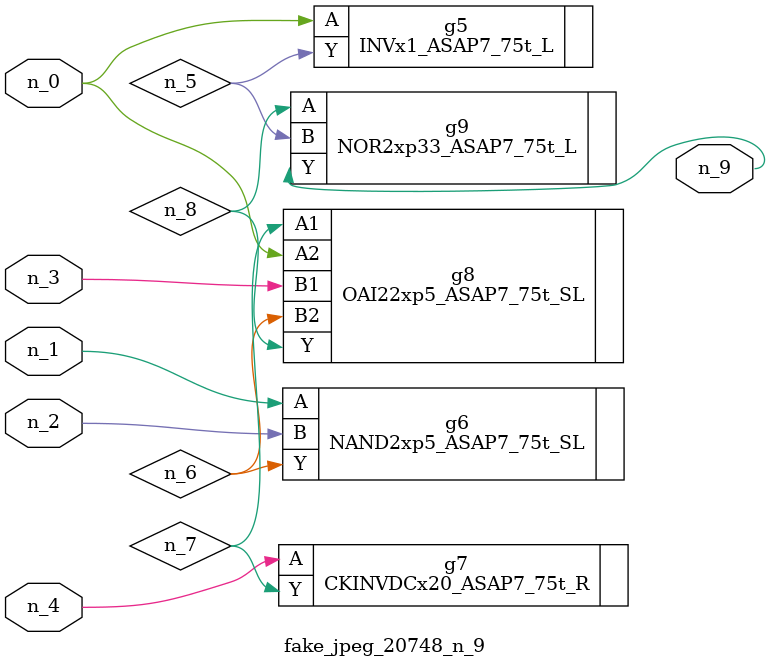
<source format=v>
module fake_jpeg_20748_n_9 (n_3, n_2, n_1, n_0, n_4, n_9);

input n_3;
input n_2;
input n_1;
input n_0;
input n_4;

output n_9;

wire n_8;
wire n_6;
wire n_5;
wire n_7;

INVx1_ASAP7_75t_L g5 ( 
.A(n_0),
.Y(n_5)
);

NAND2xp5_ASAP7_75t_SL g6 ( 
.A(n_1),
.B(n_2),
.Y(n_6)
);

CKINVDCx20_ASAP7_75t_R g7 ( 
.A(n_4),
.Y(n_7)
);

OAI22xp5_ASAP7_75t_SL g8 ( 
.A1(n_7),
.A2(n_0),
.B1(n_3),
.B2(n_6),
.Y(n_8)
);

NOR2xp33_ASAP7_75t_L g9 ( 
.A(n_8),
.B(n_5),
.Y(n_9)
);


endmodule
</source>
